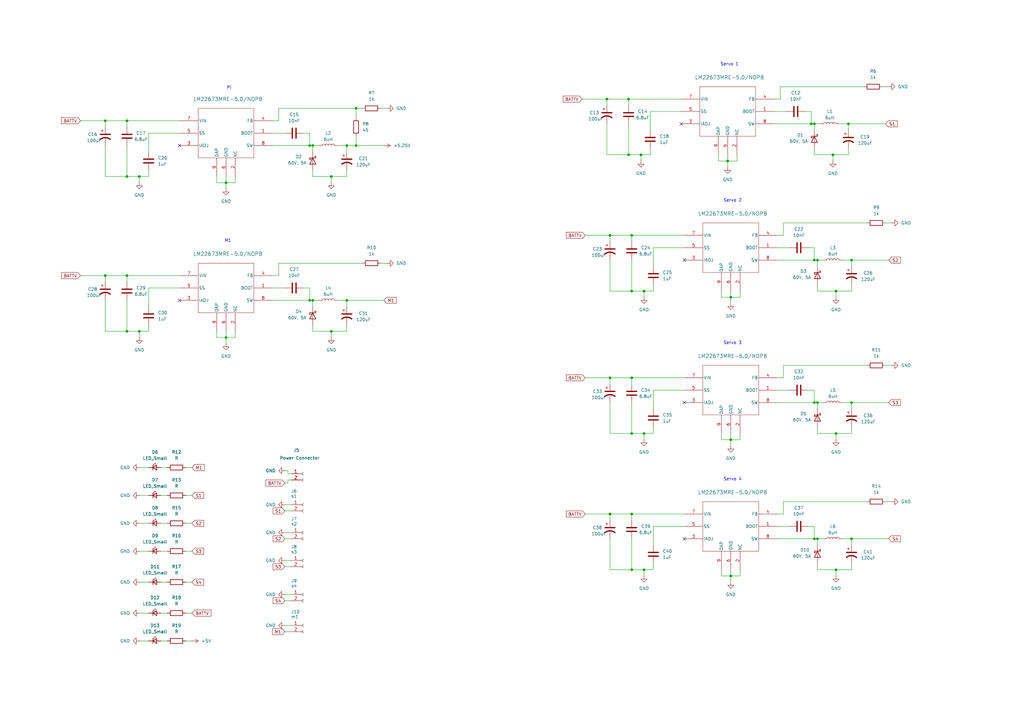
<source format=kicad_sch>
(kicad_sch (version 20231120) (generator "eeschema") (generator_version "8.0")
  (paper "A3")
  (lib_symbols
    (symbol "Connector:Conn_01x02_Socket" (pin_names (offset 1.016) hide)
      (property "Reference" "J" (at 0 2.54 0))
      (property "Value" "Conn_01x02_Socket" (at 0 -5.08 0))
      (symbol "Conn_01x02_Socket_1_1"
        (pin passive line (at -5.08 0 0) (length 3.81) (name "Pin_1") (number "1"))
        (pin passive line (at -5.08 -2.54 0) (length 3.81) (name "Pin_2") (number "2"))
      )
    )
    (symbol "Converter_DCDC:LM22673MR-5.0/NOPB" (pin_names (offset 0.254))
      (property "Value" "LM22673MRE-ADJ/NOPB" (at 31.75 11.43 0))
      (symbol "LM22673MR-5.0/NOPB_0_1"
        (pin passive line (at 41.91 -1.27 180) (length 7.62) (name "BOOT") (number "1"))
        (pin passive line (at 26.67 -19.05 90) (length 7.62) (name "NC") (number "2"))
        (pin input line (at 3.81 -6.35 0) (length 7.62) (name "IADJ") (number "3"))
        (pin input line (at 41.91 3.81 180) (length 7.62) (name "FB") (number "4"))
        (pin input line (at 3.81 -1.27 0) (length 7.62) (name "SS") (number "5"))
        (pin power_in line (at 22.86 -19.05 90) (length 7.62) (name "GND") (number "6"))
        (pin power_in line (at 3.81 3.81 0) (length 7.62) (name "VIN") (number "7"))
        (pin power_in line (at 41.91 -6.35 180) (length 7.62) (name "SW") (number "8"))
        (pin power_in line (at 19.05 -19.05 90) (length 7.62) (name "DAP") (number "9"))
      )
    )
    (symbol "Device:C" (pin_numbers hide) (pin_names (offset 0.254))
      (property "Reference" "C" (at 0.635 2.54 0))
      (property "Value" "C" (at 0.635 -2.54 0))
      (symbol "C_1_1"
        (pin passive line (at 0 3.81 270) (length 2.794) (name "~") (number "1"))
        (pin passive line (at 0 -3.81 90) (length 2.794) (name "~") (number "2"))
      )
    )
    (symbol "Device:C_Polarized_US" (pin_numbers hide) (pin_names (offset 0.254) hide)
      (property "Reference" "C" (at 0.635 2.54 0))
      (property "Value" "C_Polarized_US" (at 0.635 -2.54 0))
      (symbol "C_Polarized_US_1_1"
        (pin passive line (at 0 3.81 270) (length 2.794) (name "~") (number "1"))
        (pin passive line (at 0 -3.81 90) (length 3.302) (name "~") (number "2"))
      )
    )
    (symbol "Device:D_Schottky" (pin_numbers hide) (pin_names (offset 1.016) hide)
      (property "Reference" "D" (at 0 2.54 0))
      (property "Value" "D_Schottky" (at 0 -2.54 0))
      (symbol "D_Schottky_1_1"
        (pin passive line (at -3.81 0 0) (length 2.54) (name "K") (number "1"))
        (pin passive line (at 3.81 0 180) (length 2.54) (name "A") (number "2"))
      )
    )
    (symbol "Device:L" (pin_numbers hide) (pin_names (offset 1.016) hide)
      (property "Reference" "L" (at -1.27 0 90))
      (property "Value" "L" (at 1.905 0 90))
      (symbol "L_1_1"
        (pin passive line (at 0 3.81 270) (length 1.27) (name "1") (number "1"))
        (pin passive line (at 0 -3.81 90) (length 1.27) (name "2") (number "2"))
      )
    )
    (symbol "Device:LED_Small" (pin_numbers hide) (pin_names (offset 0.254) hide)
      (property "Reference" "D" (at -1.27 3.175 0))
      (property "Value" "LED_Small" (at -4.445 -2.54 0))
      (symbol "LED_Small_1_1"
        (pin passive line (at -2.54 0 0) (length 1.778) (name "K") (number "1"))
        (pin passive line (at 2.54 0 180) (length 1.778) (name "A") (number "2"))
      )
    )
    (symbol "Device:R" (pin_numbers hide) (pin_names (offset 0))
      (property "Reference" "R" (at 2.032 0 90))
      (property "Value" "R" (at 0 0 90))
      (symbol "R_1_1"
        (pin passive line (at 0 3.81 270) (length 1.27) (name "~") (number "1"))
        (pin passive line (at 0 -3.81 90) (length 1.27) (name "~") (number "2"))
      )
    )
    (symbol "power:+5V" (power) (pin_numbers hide) (pin_names (offset 0) hide)
      (property "Value" "+5V" (at 0 3.556 0))
      (symbol "+5V_1_1"
        (pin power_in line (at 0 0 90) (length 0) (name "~") (number "1"))
      )
    )
    (symbol "power:GND" (power) (pin_numbers hide) (pin_names (offset 0) hide)
      (property "Value" "GND" (at 0 -3.81 0))
      (symbol "GND_1_1"
        (pin power_in line (at 0 0 270) (length 0) (name "~") (number "1"))
      )
    )
  )
  (junction (at 142.24 123.19))
  (junction (at 332.74 50.8))
  (junction (at 43.18 113.03))
  (junction (at 135.89 72.39))
  (junction (at 334.01 106.68))
  (junction (at 52.07 113.03))
  (junction (at 250.19 154.94))
  (junction (at 334.01 50.8))
  (junction (at 299.72 180.34))
  (junction (at 298.45 66.04))
  (junction (at 259.08 154.94))
  (junction (at 335.28 220.98))
  (junction (at 127 59.69))
  (junction (at 128.27 123.19))
  (junction (at 259.08 210.82))
  (junction (at 342.9 233.68))
  (junction (at 57.15 72.39))
  (junction (at 259.08 119.38))
  (junction (at 146.05 59.69))
  (junction (at 335.28 106.68))
  (junction (at 264.16 119.38))
  (junction (at 250.19 96.52))
  (junction (at 335.28 165.1))
  (junction (at 248.92 40.64))
  (junction (at 264.16 233.68))
  (junction (at 334.01 220.98))
  (junction (at 341.63 63.5))
  (junction (at 146.05 44.45))
  (junction (at 128.27 59.69))
  (junction (at 342.9 177.8))
  (junction (at 264.16 177.8))
  (junction (at 349.25 220.98))
  (junction (at 349.25 106.68))
  (junction (at 334.01 165.1))
  (junction (at 259.08 233.68))
  (junction (at 92.71 74.93))
  (junction (at 299.72 236.22))
  (junction (at 52.07 72.39))
  (junction (at 259.08 96.52))
  (junction (at 135.89 135.89))
  (junction (at 142.24 59.69))
  (junction (at 299.72 121.92))
  (junction (at 57.15 135.89))
  (junction (at 52.07 135.89))
  (junction (at 257.81 63.5))
  (junction (at 127 123.19))
  (junction (at 349.25 165.1))
  (junction (at 43.18 49.53))
  (junction (at 262.89 63.5))
  (junction (at 92.71 138.43))
  (junction (at 347.98 50.8))
  (junction (at 342.9 119.38))
  (junction (at 259.08 177.8))
  (junction (at 52.07 49.53))
  (junction (at 250.19 210.82))
  (junction (at 257.81 40.64))
  (no_connect (at 280.67 106.68))
  (no_connect (at 280.67 165.1))
  (no_connect (at 280.67 220.98))
  (no_connect (at 73.66 59.69))
  (no_connect (at 73.66 123.19))
  (no_connect (at 279.4 50.8))
  (wire (pts (xy 60.96 69.85) (xy 60.96 72.39)))
  (wire (pts (xy 52.07 123.19) (xy 52.07 135.89)))
  (wire (pts (xy 321.31 210.82) (xy 321.31 205.74)))
  (wire (pts (xy 92.71 138.43) (xy 92.71 140.97)))
  (wire (pts (xy 250.19 106.68) (xy 250.19 119.38)))
  (wire (pts (xy 43.18 123.19) (xy 43.18 135.89)))
  (wire (pts (xy 332.74 45.72) (xy 332.74 50.8)))
  (wire (pts (xy 138.43 59.69) (xy 142.24 59.69)))
  (wire (pts (xy 321.31 91.44) (xy 355.6 91.44)))
  (wire (pts (xy 146.05 48.26) (xy 146.05 44.45)))
  (wire (pts (xy 299.72 236.22) (xy 299.72 233.68)))
  (wire (pts (xy 341.63 63.5) (xy 347.98 63.5)))
  (wire (pts (xy 365.76 205.74) (xy 363.22 205.74)))
  (wire (pts (xy 302.26 66.04) (xy 298.45 66.04)))
  (wire (pts (xy 130.81 123.19) (xy 128.27 123.19)))
  (wire (pts (xy 264.16 233.68) (xy 267.97 233.68)))
  (wire (pts (xy 337.82 165.1) (xy 335.28 165.1)))
  (wire (pts (xy 257.81 63.5) (xy 262.89 63.5)))
  (wire (pts (xy 146.05 44.45) (xy 148.59 44.45)))
  (wire (pts (xy 96.52 72.39) (xy 96.52 74.93)))
  (wire (pts (xy 68.58 262.89) (xy 66.04 262.89)))
  (wire (pts (xy 259.08 106.68) (xy 259.08 119.38)))
  (wire (pts (xy 116.84 218.44) (xy 119.38 218.44)))
  (wire (pts (xy 124.46 54.61) (xy 127 54.61)))
  (wire (pts (xy 238.76 40.64) (xy 248.92 40.64)))
  (wire (pts (xy 78.74 203.2) (xy 76.2 203.2)))
  (wire (pts (xy 349.25 119.38) (xy 349.25 116.84)))
  (wire (pts (xy 52.07 52.07) (xy 52.07 49.53)))
  (wire (pts (xy 119.38 232.41) (xy 116.84 232.41)))
  (wire (pts (xy 365.76 91.44) (xy 363.22 91.44)))
  (wire (pts (xy 142.24 62.23) (xy 142.24 59.69)))
  (wire (pts (xy 128.27 59.69) (xy 127 59.69)))
  (wire (pts (xy 43.18 49.53) (xy 52.07 49.53)))
  (wire (pts (xy 250.19 213.36) (xy 250.19 210.82)))
  (wire (pts (xy 267.97 101.6) (xy 267.97 109.22)))
  (wire (pts (xy 334.01 220.98) (xy 318.77 220.98)))
  (wire (pts (xy 43.18 72.39) (xy 52.07 72.39)))
  (wire (pts (xy 335.28 175.26) (xy 335.28 177.8)))
  (wire (pts (xy 345.44 220.98) (xy 349.25 220.98)))
  (wire (pts (xy 78.74 238.76) (xy 76.2 238.76)))
  (wire (pts (xy 250.19 154.94) (xy 259.08 154.94)))
  (wire (pts (xy 33.02 49.53) (xy 43.18 49.53)))
  (wire (pts (xy 264.16 177.8) (xy 267.97 177.8)))
  (wire (pts (xy 78.74 226.06) (xy 76.2 226.06)))
  (wire (pts (xy 127 123.19) (xy 111.76 123.19)))
  (wire (pts (xy 127 59.69) (xy 111.76 59.69)))
  (wire (pts (xy 317.5 40.64) (xy 320.04 40.64)))
  (wire (pts (xy 52.07 135.89) (xy 57.15 135.89)))
  (wire (pts (xy 73.66 54.61) (xy 60.96 54.61)))
  (wire (pts (xy 259.08 233.68) (xy 264.16 233.68)))
  (wire (pts (xy 295.91 119.38) (xy 295.91 121.92)))
  (wire (pts (xy 128.27 69.85) (xy 128.27 72.39)))
  (wire (pts (xy 68.58 251.46) (xy 66.04 251.46)))
  (wire (pts (xy 349.25 167.64) (xy 349.25 165.1)))
  (wire (pts (xy 130.81 59.69) (xy 128.27 59.69)))
  (wire (pts (xy 298.45 66.04) (xy 298.45 68.58)))
  (wire (pts (xy 259.08 213.36) (xy 259.08 210.82)))
  (wire (pts (xy 317.5 45.72) (xy 322.58 45.72)))
  (wire (pts (xy 318.77 154.94) (xy 321.31 154.94)))
  (wire (pts (xy 331.47 160.02) (xy 334.01 160.02)))
  (wire (pts (xy 299.72 236.22) (xy 299.72 238.76)))
  (wire (pts (xy 52.07 115.57) (xy 52.07 113.03)))
  (wire (pts (xy 250.19 165.1) (xy 250.19 177.8)))
  (wire (pts (xy 349.25 177.8) (xy 349.25 175.26)))
  (wire (pts (xy 267.97 116.84) (xy 267.97 119.38)))
  (wire (pts (xy 116.84 243.84) (xy 119.38 243.84)))
  (wire (pts (xy 259.08 165.1) (xy 259.08 177.8)))
  (wire (pts (xy 116.84 207.01) (xy 119.38 207.01)))
  (wire (pts (xy 146.05 59.69) (xy 157.48 59.69)))
  (wire (pts (xy 240.03 210.82) (xy 250.19 210.82)))
  (wire (pts (xy 158.75 107.95) (xy 156.21 107.95)))
  (wire (pts (xy 335.28 165.1) (xy 334.01 165.1)))
  (wire (pts (xy 334.01 63.5) (xy 341.63 63.5)))
  (wire (pts (xy 92.71 74.93) (xy 92.71 77.47)))
  (wire (pts (xy 335.28 116.84) (xy 335.28 119.38)))
  (wire (pts (xy 250.19 210.82) (xy 259.08 210.82)))
  (wire (pts (xy 111.76 54.61) (xy 116.84 54.61)))
  (wire (pts (xy 302.26 63.5) (xy 302.26 66.04)))
  (wire (pts (xy 248.92 40.64) (xy 257.81 40.64)))
  (wire (pts (xy 158.75 44.45) (xy 156.21 44.45)))
  (wire (pts (xy 250.19 220.98) (xy 250.19 233.68)))
  (wire (pts (xy 257.81 40.64) (xy 279.4 40.64)))
  (wire (pts (xy 295.91 180.34) (xy 299.72 180.34)))
  (wire (pts (xy 345.44 106.68) (xy 349.25 106.68)))
  (wire (pts (xy 335.28 109.22) (xy 335.28 106.68)))
  (wire (pts (xy 128.27 72.39) (xy 135.89 72.39)))
  (wire (pts (xy 335.28 106.68) (xy 334.01 106.68)))
  (wire (pts (xy 250.19 177.8) (xy 259.08 177.8)))
  (wire (pts (xy 335.28 177.8) (xy 342.9 177.8)))
  (wire (pts (xy 52.07 59.69) (xy 52.07 72.39)))
  (wire (pts (xy 88.9 74.93) (xy 92.71 74.93)))
  (wire (pts (xy 250.19 233.68) (xy 259.08 233.68)))
  (wire (pts (xy 330.2 45.72) (xy 332.74 45.72)))
  (wire (pts (xy 52.07 49.53) (xy 73.66 49.53)))
  (wire (pts (xy 52.07 113.03) (xy 73.66 113.03)))
  (wire (pts (xy 298.45 66.04) (xy 298.45 63.5)))
  (wire (pts (xy 57.15 191.77) (xy 60.96 191.77)))
  (wire (pts (xy 250.19 99.06) (xy 250.19 96.52)))
  (wire (pts (xy 303.53 177.8) (xy 303.53 180.34)))
  (wire (pts (xy 111.76 118.11) (xy 116.84 118.11)))
  (wire (pts (xy 267.97 231.14) (xy 267.97 233.68)))
  (wire (pts (xy 299.72 180.34) (xy 299.72 182.88)))
  (wire (pts (xy 335.28 223.52) (xy 335.28 220.98)))
  (wire (pts (xy 320.04 40.64) (xy 320.04 35.56)))
  (wire (pts (xy 135.89 138.43) (xy 135.89 135.89)))
  (wire (pts (xy 73.66 118.11) (xy 60.96 118.11)))
  (wire (pts (xy 78.74 262.89) (xy 76.2 262.89)))
  (wire (pts (xy 250.19 96.52) (xy 259.08 96.52)))
  (wire (pts (xy 303.53 233.68) (xy 303.53 236.22)))
  (wire (pts (xy 264.16 180.34) (xy 264.16 177.8)))
  (wire (pts (xy 295.91 233.68) (xy 295.91 236.22)))
  (wire (pts (xy 264.16 121.92) (xy 264.16 119.38)))
  (wire (pts (xy 335.28 220.98) (xy 334.01 220.98)))
  (wire (pts (xy 118.11 193.04) (xy 116.84 193.04)))
  (wire (pts (xy 303.53 236.22) (xy 299.72 236.22)))
  (wire (pts (xy 118.11 194.31) (xy 119.38 194.31)))
  (wire (pts (xy 318.77 215.9) (xy 323.85 215.9)))
  (wire (pts (xy 124.46 118.11) (xy 127 118.11)))
  (wire (pts (xy 331.47 215.9) (xy 334.01 215.9)))
  (wire (pts (xy 267.97 160.02) (xy 267.97 167.64)))
  (wire (pts (xy 266.7 60.96) (xy 266.7 63.5)))
  (wire (pts (xy 57.15 238.76) (xy 60.96 238.76)))
  (wire (pts (xy 280.67 160.02) (xy 267.97 160.02)))
  (wire (pts (xy 303.53 119.38) (xy 303.53 121.92)))
  (wire (pts (xy 334.01 106.68) (xy 318.77 106.68)))
  (wire (pts (xy 146.05 55.88) (xy 146.05 59.69)))
  (wire (pts (xy 92.71 138.43) (xy 92.71 135.89)))
  (wire (pts (xy 349.25 223.52) (xy 349.25 220.98)))
  (wire (pts (xy 335.28 233.68) (xy 342.9 233.68)))
  (wire (pts (xy 294.64 63.5) (xy 294.64 66.04)))
  (wire (pts (xy 344.17 50.8) (xy 347.98 50.8)))
  (wire (pts (xy 88.9 138.43) (xy 92.71 138.43)))
  (wire (pts (xy 33.02 113.03) (xy 43.18 113.03)))
  (wire (pts (xy 321.31 96.52) (xy 321.31 91.44)))
  (wire (pts (xy 303.53 121.92) (xy 299.72 121.92)))
  (wire (pts (xy 57.15 72.39) (xy 60.96 72.39)))
  (wire (pts (xy 267.97 175.26) (xy 267.97 177.8)))
  (wire (pts (xy 259.08 119.38) (xy 264.16 119.38)))
  (wire (pts (xy 57.15 135.89) (xy 60.96 135.89)))
  (wire (pts (xy 96.52 135.89) (xy 96.52 138.43)))
  (wire (pts (xy 57.15 251.46) (xy 60.96 251.46)))
  (wire (pts (xy 299.72 121.92) (xy 299.72 124.46)))
  (wire (pts (xy 60.96 133.35) (xy 60.96 135.89)))
  (wire (pts (xy 128.27 125.73) (xy 128.27 123.19)))
  (wire (pts (xy 78.74 251.46) (xy 76.2 251.46)))
  (wire (pts (xy 259.08 210.82) (xy 280.67 210.82)))
  (wire (pts (xy 68.58 191.77) (xy 66.04 191.77)))
  (wire (pts (xy 257.81 43.18) (xy 257.81 40.64)))
  (wire (pts (xy 320.04 35.56) (xy 354.33 35.56)))
  (wire (pts (xy 318.77 160.02) (xy 323.85 160.02)))
  (wire (pts (xy 365.76 149.86) (xy 363.22 149.86)))
  (wire (pts (xy 119.38 220.98) (xy 116.84 220.98)))
  (wire (pts (xy 342.9 177.8) (xy 349.25 177.8)))
  (wire (pts (xy 266.7 45.72) (xy 266.7 53.34)))
  (wire (pts (xy 334.01 60.96) (xy 334.01 63.5)))
  (wire (pts (xy 43.18 135.89) (xy 52.07 135.89)))
  (wire (pts (xy 142.24 123.19) (xy 157.48 123.19)))
  (wire (pts (xy 57.15 226.06) (xy 60.96 226.06)))
  (wire (pts (xy 114.3 113.03) (xy 114.3 107.95)))
  (wire (pts (xy 299.72 121.92) (xy 299.72 119.38)))
  (wire (pts (xy 114.3 49.53) (xy 114.3 44.45)))
  (wire (pts (xy 279.4 45.72) (xy 266.7 45.72)))
  (wire (pts (xy 342.9 119.38) (xy 349.25 119.38)))
  (wire (pts (xy 262.89 66.04) (xy 262.89 63.5)))
  (wire (pts (xy 259.08 154.94) (xy 280.67 154.94)))
  (wire (pts (xy 321.31 205.74) (xy 355.6 205.74)))
  (wire (pts (xy 43.18 115.57) (xy 43.18 113.03)))
  (wire (pts (xy 52.07 72.39) (xy 57.15 72.39)))
  (wire (pts (xy 138.43 123.19) (xy 142.24 123.19)))
  (wire (pts (xy 364.49 35.56) (xy 361.95 35.56)))
  (wire (pts (xy 321.31 149.86) (xy 355.6 149.86)))
  (wire (pts (xy 280.67 215.9) (xy 267.97 215.9)))
  (wire (pts (xy 318.77 210.82) (xy 321.31 210.82)))
  (wire (pts (xy 334.01 160.02) (xy 334.01 165.1)))
  (wire (pts (xy 57.15 203.2) (xy 60.96 203.2)))
  (wire (pts (xy 349.25 106.68) (xy 364.49 106.68)))
  (wire (pts (xy 349.25 165.1) (xy 364.49 165.1)))
  (wire (pts (xy 96.52 74.93) (xy 92.71 74.93)))
  (wire (pts (xy 127 54.61) (xy 127 59.69)))
  (wire (pts (xy 250.19 119.38) (xy 259.08 119.38)))
  (wire (pts (xy 267.97 215.9) (xy 267.97 223.52)))
  (wire (pts (xy 119.38 259.08) (xy 116.84 259.08)))
  (wire (pts (xy 128.27 123.19) (xy 127 123.19)))
  (wire (pts (xy 321.31 154.94) (xy 321.31 149.86)))
  (wire (pts (xy 257.81 50.8) (xy 257.81 63.5)))
  (wire (pts (xy 142.24 72.39) (xy 142.24 69.85)))
  (wire (pts (xy 111.76 49.53) (xy 114.3 49.53)))
  (wire (pts (xy 331.47 101.6) (xy 334.01 101.6)))
  (wire (pts (xy 334.01 101.6) (xy 334.01 106.68)))
  (wire (pts (xy 318.77 101.6) (xy 323.85 101.6)))
  (wire (pts (xy 118.11 196.85) (xy 119.38 196.85)))
  (wire (pts (xy 114.3 44.45) (xy 146.05 44.45)))
  (wire (pts (xy 262.89 63.5) (xy 266.7 63.5)))
  (wire (pts (xy 60.96 118.11) (xy 60.96 125.73)))
  (wire (pts (xy 332.74 50.8) (xy 317.5 50.8)))
  (wire (pts (xy 57.15 138.43) (xy 57.15 135.89)))
  (wire (pts (xy 118.11 193.04) (xy 118.11 194.31)))
  (wire (pts (xy 341.63 66.04) (xy 341.63 63.5)))
  (wire (pts (xy 116.84 256.54) (xy 119.38 256.54)))
  (wire (pts (xy 345.44 165.1) (xy 349.25 165.1)))
  (wire (pts (xy 240.03 154.94) (xy 250.19 154.94)))
  (wire (pts (xy 118.11 198.12) (xy 118.11 196.85)))
  (wire (pts (xy 264.16 236.22) (xy 264.16 233.68)))
  (wire (pts (xy 347.98 63.5) (xy 347.98 60.96)))
  (wire (pts (xy 68.58 238.76) (xy 66.04 238.76)))
  (wire (pts (xy 68.58 214.63) (xy 66.04 214.63)))
  (wire (pts (xy 336.55 50.8) (xy 334.01 50.8)))
  (wire (pts (xy 60.96 54.61) (xy 60.96 62.23)))
  (wire (pts (xy 335.28 119.38) (xy 342.9 119.38)))
  (wire (pts (xy 250.19 157.48) (xy 250.19 154.94)))
  (wire (pts (xy 259.08 157.48) (xy 259.08 154.94)))
  (wire (pts (xy 259.08 96.52) (xy 280.67 96.52)))
  (wire (pts (xy 119.38 209.55) (xy 116.84 209.55)))
  (wire (pts (xy 259.08 220.98) (xy 259.08 233.68)))
  (wire (pts (xy 342.9 236.22) (xy 342.9 233.68)))
  (wire (pts (xy 116.84 198.12) (xy 118.11 198.12)))
  (wire (pts (xy 337.82 106.68) (xy 335.28 106.68)))
  (wire (pts (xy 57.15 262.89) (xy 60.96 262.89)))
  (wire (pts (xy 88.9 72.39) (xy 88.9 74.93)))
  (wire (pts (xy 135.89 72.39) (xy 142.24 72.39)))
  (wire (pts (xy 295.91 121.92) (xy 299.72 121.92)))
  (wire (pts (xy 342.9 180.34) (xy 342.9 177.8)))
  (wire (pts (xy 128.27 135.89) (xy 135.89 135.89)))
  (wire (pts (xy 248.92 43.18) (xy 248.92 40.64)))
  (wire (pts (xy 43.18 113.03) (xy 52.07 113.03)))
  (wire (pts (xy 349.25 220.98) (xy 364.49 220.98)))
  (wire (pts (xy 78.74 214.63) (xy 76.2 214.63)))
  (wire (pts (xy 342.9 233.68) (xy 349.25 233.68)))
  (wire (pts (xy 259.08 177.8) (xy 264.16 177.8)))
  (wire (pts (xy 334.01 50.8) (xy 332.74 50.8)))
  (wire (pts (xy 68.58 203.2) (xy 66.04 203.2)))
  (wire (pts (xy 57.15 214.63) (xy 60.96 214.63)))
  (wire (pts (xy 116.84 229.87) (xy 119.38 229.87)))
  (wire (pts (xy 43.18 52.07) (xy 43.18 49.53)))
  (wire (pts (xy 347.98 53.34) (xy 347.98 50.8)))
  (wire (pts (xy 248.92 50.8) (xy 248.92 63.5)))
  (wire (pts (xy 347.98 50.8) (xy 363.22 50.8)))
  (wire (pts (xy 119.38 246.38) (xy 116.84 246.38)))
  (wire (pts (xy 295.91 177.8) (xy 295.91 180.34)))
  (wire (pts (xy 57.15 74.93) (xy 57.15 72.39)))
  (wire (pts (xy 342.9 121.92) (xy 342.9 119.38)))
  (wire (pts (xy 337.82 220.98) (xy 335.28 220.98)))
  (wire (pts (xy 92.71 74.93) (xy 92.71 72.39)))
  (wire (pts (xy 88.9 135.89) (xy 88.9 138.43)))
  (wire (pts (xy 142.24 125.73) (xy 142.24 123.19)))
  (wire (pts (xy 128.27 62.23) (xy 128.27 59.69)))
  (wire (pts (xy 259.08 99.06) (xy 259.08 96.52)))
  (wire (pts (xy 334.01 53.34) (xy 334.01 50.8)))
  (wire (pts (xy 299.72 180.34) (xy 299.72 177.8)))
  (wire (pts (xy 240.03 96.52) (xy 250.19 96.52)))
  (wire (pts (xy 96.52 138.43) (xy 92.71 138.43)))
  (wire (pts (xy 334.01 165.1) (xy 318.77 165.1)))
  (wire (pts (xy 142.24 135.89) (xy 142.24 133.35)))
  (wire (pts (xy 294.64 66.04) (xy 298.45 66.04)))
  (wire (pts (xy 303.53 180.34) (xy 299.72 180.34)))
  (wire (pts (xy 128.27 133.35) (xy 128.27 135.89)))
  (wire (pts (xy 295.91 236.22) (xy 299.72 236.22)))
  (wire (pts (xy 264.16 119.38) (xy 267.97 119.38)))
  (wire (pts (xy 280.67 101.6) (xy 267.97 101.6)))
  (wire (pts (xy 68.58 226.06) (xy 66.04 226.06)))
  (wire (pts (xy 142.24 59.69) (xy 146.05 59.69)))
  (wire (pts (xy 43.18 59.69) (xy 43.18 72.39)))
  (wire (pts (xy 335.28 167.64) (xy 335.28 165.1)))
  (wire (pts (xy 78.74 191.77) (xy 76.2 191.77)))
  (wire (pts (xy 349.25 233.68) (xy 349.25 231.14)))
  (wire (pts (xy 114.3 107.95) (xy 148.59 107.95)))
  (wire (pts (xy 111.76 113.03) (xy 114.3 113.03)))
  (wire (pts (xy 334.01 215.9) (xy 334.01 220.98)))
  (wire (pts (xy 248.92 63.5) (xy 257.81 63.5)))
  (wire (pts (xy 349.25 109.22) (xy 349.25 106.68)))
  (wire (pts (xy 135.89 135.89) (xy 142.24 135.89)))
  (wire (pts (xy 318.77 96.52) (xy 321.31 96.52)))
  (wire (pts (xy 335.28 231.14) (xy 335.28 233.68)))
  (wire (pts (xy 127 118.11) (xy 127 123.19)))
  (wire (pts (xy 135.89 74.93) (xy 135.89 72.39)))
  (text "Servo 4" (at 300.482 196.596 0) (effects (font (size 1.27 1.27))))
  (text "M1" (at 93.472 98.806 0) (effects (font (size 1.27 1.27))))
  (text "Servo 1" (at 299.212 26.416 0) (effects (font (size 1.27 1.27))))
  (text "Pi" (at 93.98 36.068 0) (effects (font (size 1.27 1.27))))
  (text "Servo 3" (at 300.482 140.716 0) (effects (font (size 1.27 1.27))))
  (text "Servo 2" (at 300.482 82.296 0) (effects (font (size 1.27 1.27))))
  (global_label "BATTV" (shape input) (at 33.02 49.53 180) (property "Intersheetrefs" "${INTERSHEET_REFS}" (effects (hide yes))))
  (global_label "BATTV" (shape input) (at 78.74 251.46 0) (property "Intersheetrefs" "${INTERSHEET_REFS}" (effects (hide yes))))
  (global_label "S1" (shape input) (at 78.74 203.2 0) (property "Intersheetrefs" "${INTERSHEET_REFS}" (effects (hide yes))))
  (global_label "S4" (shape input) (at 78.74 238.76 0) (property "Intersheetrefs" "${INTERSHEET_REFS}" (effects (hide yes))))
  (global_label "BATTV" (shape input) (at 240.03 210.82 180) (property "Intersheetrefs" "${INTERSHEET_REFS}" (effects (hide yes))))
  (global_label "BATTV" (shape input) (at 238.76 40.64 180) (property "Intersheetrefs" "${INTERSHEET_REFS}" (effects (hide yes))))
  (global_label "S1" (shape input) (at 116.84 209.55 180) (property "Intersheetrefs" "${INTERSHEET_REFS}" (effects (hide yes))))
  (global_label "S3" (shape input) (at 116.84 232.41 180) (property "Intersheetrefs" "${INTERSHEET_REFS}" (effects (hide yes))))
  (global_label "S3" (shape input) (at 364.49 165.1 0) (property "Intersheetrefs" "${INTERSHEET_REFS}" (effects (hide yes))))
  (global_label "S4" (shape input) (at 364.49 220.98 0) (property "Intersheetrefs" "${INTERSHEET_REFS}" (effects (hide yes))))
  (global_label "BATTV" (shape input) (at 33.02 113.03 180) (property "Intersheetrefs" "${INTERSHEET_REFS}" (effects (hide yes))))
  (global_label "S4" (shape input) (at 116.84 246.38 180) (property "Intersheetrefs" "${INTERSHEET_REFS}" (effects (hide yes))))
  (global_label "BATTV" (shape input) (at 240.03 154.94 180) (property "Intersheetrefs" "${INTERSHEET_REFS}" (effects (hide yes))))
  (global_label "S1" (shape input) (at 363.22 50.8 0) (property "Intersheetrefs" "${INTERSHEET_REFS}" (effects (hide yes))))
  (global_label "M1" (shape input) (at 116.84 259.08 180) (property "Intersheetrefs" "${INTERSHEET_REFS}" (effects (hide yes))))
  (global_label "S2" (shape input) (at 364.49 106.68 0) (property "Intersheetrefs" "${INTERSHEET_REFS}" (effects (hide yes))))
  (global_label "BATTV" (shape input) (at 240.03 96.52 180) (property "Intersheetrefs" "${INTERSHEET_REFS}" (effects (hide yes))))
  (global_label "S2" (shape input) (at 116.84 220.98 180) (property "Intersheetrefs" "${INTERSHEET_REFS}" (effects (hide yes))))
  (global_label "BATTV" (shape input) (at 116.84 198.12 180) (property "Intersheetrefs" "${INTERSHEET_REFS}" (effects (hide yes))))
  (global_label "S2" (shape input) (at 78.74 214.63 0) (property "Intersheetrefs" "${INTERSHEET_REFS}" (effects (hide yes))))
  (global_label "S3" (shape input) (at 78.74 226.06 0) (property "Intersheetrefs" "${INTERSHEET_REFS}" (effects (hide yes))))
  (global_label "M1" (shape input) (at 157.48 123.19 0) (property "Intersheetrefs" "${INTERSHEET_REFS}" (effects (hide yes))))
  (global_label "M1" (shape input) (at 78.74 191.77 0) (property "Intersheetrefs" "${INTERSHEET_REFS}" (effects (hide yes))))
  (symbol (lib_id "Device:R") (at 72.39 251.46 90) (unit 1)
    (property "Reference" "R18" (at 72.39 245.11 90))
    (property "Value" "R" (at 72.39 247.65 90))
    (property "Footprint" "Resistor_SMD:R_0402_1005Metric" (effects (hide yes)))
    (property "Description" "Resistor" (effects (hide yes)))
  )
  (symbol (lib_id "Device:C_Polarized_US") (at 142.24 66.04 0) (unit 1)
    (property "Reference" "C21" (at 147.066 65.024 0) (effects (justify left)))
    (property "Value" "120uF" (at 146.05 67.564 0) (effects (justify left)))
    (property "Description" "Polarized capacitor, US symbol" (effects (hide yes)))
  )
  (symbol (lib_id "power:GND") (at 57.15 138.43 0) (unit 1)
    (property "Reference" "#PWR059" (effects (hide yes)))
    (property "Value" "GND" (at 57.15 143.51 0))
    (property "Description" "Power symbol creates a global label with name \"GND\" , ground" (effects (hide yes)))
  )
  (symbol (lib_id "Device:C") (at 259.08 161.29 0) (unit 1)
    (property "Reference" "C34" (at 262.89 160.0199 0) (effects (justify left)))
    (property "Value" "6.8uF" (at 262.128 162.56 0) (effects (justify left)))
    (property "Footprint" "Capacitor_SMD:C_1206_3216Metric" (effects (hide yes)))
    (property "Description" "Unpolarized capacitor" (effects (hide yes)))
  )
  (symbol (lib_id "power:GND") (at 342.9 121.92 0) (unit 1)
    (property "Reference" "#PWR057" (effects (hide yes)))
    (property "Value" "GND" (at 342.9 127 0))
    (property "Description" "Power symbol creates a global label with name \"GND\" , ground" (effects (hide yes)))
  )
  (symbol (lib_id "power:GND") (at 299.72 238.76 0) (unit 1)
    (property "Reference" "#PWR078" (effects (hide yes)))
    (property "Value" "GND" (at 299.72 243.84 0))
    (property "Description" "Power symbol creates a global label with name \"GND\" , ground" (effects (hide yes)))
  )
  (symbol (lib_id "Device:C_Polarized_US") (at 250.19 217.17 0) (unit 1)
    (property "Reference" "C38" (at 243.078 216.408 0) (effects (justify left)))
    (property "Value" "100uF" (at 242.57 218.948 0) (effects (justify left)))
    (property "Description" "Polarized capacitor, US symbol" (effects (hide yes)))
  )
  (symbol (lib_id "power:GND") (at 365.76 91.44 90) (unit 1)
    (property "Reference" "#PWR054" (effects (hide yes)))
    (property "Value" "GND" (at 369.57 91.4399 90) (effects (justify right)))
    (property "Description" "Power symbol creates a global label with name \"GND\" , ground" (effects (hide yes)))
  )
  (symbol (lib_id "Device:C_Polarized_US") (at 43.18 55.88 0) (unit 1)
    (property "Reference" "C16" (at 36.068 55.118 0) (effects (justify left)))
    (property "Value" "100uF" (at 35.56 57.658 0) (effects (justify left)))
    (property "Description" "Polarized capacitor, US symbol" (effects (hide yes)))
  )
  (symbol (lib_id "power:GND") (at 57.15 191.77 270) (unit 1)
    (property "Reference" "#PWR066" (effects (hide yes)))
    (property "Value" "GND" (at 53.34 191.7699 90) (effects (justify right)))
    (property "Description" "Power symbol creates a global label with name \"GND\" , ground" (effects (hide yes)))
  )
  (symbol (lib_id "Device:LED_Small") (at 63.5 238.76 0) (unit 1)
    (property "Reference" "D11" (at 63.5635 232.41 0))
    (property "Value" "LED_Small" (at 63.5635 234.95 0))
    (property "Footprint" "LED_SMD:LED_0805_2012Metric" (effects (hide yes)))
    (property "Description" "Light emitting diode, small symbol" (effects (hide yes)))
  )
  (symbol (lib_id "Device:D_Schottky") (at 335.28 171.45 270) (unit 1)
    (property "Reference" "D5" (at 328.168 169.672 90) (effects (justify left)))
    (property "Value" "60V, 5A" (at 325.12 172.212 90) (effects (justify left)))
    (property "Description" "Schottky diode" (effects (hide yes)))
  )
  (symbol (lib_id "power:GND") (at 116.84 193.04 270) (unit 1)
    (property "Reference" "#PWR067" (effects (hide yes)))
    (property "Value" "GND" (at 113.03 193.04 90) (effects (justify right)))
  )
  (symbol (lib_id "Device:LED_Small") (at 63.5 203.2 0) (unit 1)
    (property "Reference" "D7" (at 63.5635 196.85 0))
    (property "Value" "LED_Small" (at 63.5635 199.39 0))
    (property "Footprint" "LED_SMD:LED_0805_2012Metric" (effects (hide yes)))
    (property "Description" "Light emitting diode, small symbol" (effects (hide yes)))
  )
  (symbol (lib_id "Device:L") (at 134.62 123.19 90) (unit 1)
    (property "Reference" "L4" (at 134.62 118.11 90))
    (property "Value" "6uH" (at 134.62 120.65 90))
    (property "Description" "Inductor" (effects (hide yes)))
  )
  (symbol (lib_id "power:GND") (at 57.15 238.76 270) (unit 1)
    (property "Reference" "#PWR077" (effects (hide yes)))
    (property "Value" "GND" (at 53.34 238.7599 90) (effects (justify right)))
    (property "Description" "Power symbol creates a global label with name \"GND\" , ground" (effects (hide yes)))
  )
  (symbol (lib_id "power:GND") (at 341.63 66.04 0) (unit 1)
    (property "Reference" "#PWR049" (effects (hide yes)))
    (property "Value" "GND" (at 341.63 71.12 0))
    (property "Description" "Power symbol creates a global label with name \"GND\" , ground" (effects (hide yes)))
  )
  (symbol (lib_id "Device:C") (at 259.08 102.87 0) (unit 1)
    (property "Reference" "C24" (at 262.89 101.5999 0) (effects (justify left)))
    (property "Value" "6.8uF" (at 262.128 104.14 0) (effects (justify left)))
    (property "Footprint" "Capacitor_SMD:C_1206_3216Metric" (effects (hide yes)))
    (property "Description" "Unpolarized capacitor" (effects (hide yes)))
  )
  (symbol (lib_id "power:GND") (at 116.84 256.54 270) (unit 1)
    (property "Reference" "#PWR081" (effects (hide yes)))
    (property "Value" "GND" (at 113.03 256.5399 90) (effects (justify right)))
    (property "Description" "Power symbol creates a global label with name \"GND\" , ground" (effects (hide yes)))
  )
  (symbol (lib_id "Device:D_Schottky") (at 128.27 129.54 270) (unit 1)
    (property "Reference" "D4" (at 121.158 127.762 90) (effects (justify left)))
    (property "Value" "60V, 5A" (at 118.11 130.302 90) (effects (justify left)))
    (property "Description" "Schottky diode" (effects (hide yes)))
  )
  (symbol (lib_id "Device:L") (at 340.36 50.8 90) (unit 1)
    (property "Reference" "L1" (at 340.36 45.72 90))
    (property "Value" "6uH" (at 340.36 48.26 90))
    (property "Description" "Inductor" (effects (hide yes)))
  )
  (symbol (lib_id "Converter_DCDC:LM22673MR-5.0/NOPB") (at 276.86 214.63 0) (unit 1)
    (property "Reference" "11114" (effects (hide yes)))
    (property "Value" "LM22673MRE-5.0/NOPB" (at 300.482 201.93 0) (effects (font (size 1.524 1.524))))
    (property "Footprint" "Transistor_Power:MRA08B" (effects (hide yes)))
    (property "Datasheet" "LM22673MR-5.0/NOPB " (effects (hide yes)))
  )
  (symbol (lib_id "Device:C") (at 267.97 113.03 0) (unit 1)
    (property "Reference" "C25" (at 271.78 111.7599 0) (effects (justify left)))
    (property "Value" "1uF" (at 271.78 114.2999 0) (effects (justify left)))
    (property "Footprint" "Capacitor_SMD:C_0603_1608Metric" (effects (hide yes)))
    (property "Description" "Unpolarized capacitor" (effects (hide yes)))
  )
  (symbol (lib_id "power:GND") (at 365.76 149.86 90) (unit 1)
    (property "Reference" "#PWR062" (effects (hide yes)))
    (property "Value" "GND" (at 369.57 149.8599 90) (effects (justify right)))
    (property "Description" "Power symbol creates a global label with name \"GND\" , ground" (effects (hide yes)))
  )
  (symbol (lib_id "Device:C_Polarized_US") (at 349.25 113.03 0) (unit 1)
    (property "Reference" "C26" (at 354.076 112.014 0) (effects (justify left)))
    (property "Value" "120uF" (at 353.06 114.554 0) (effects (justify left)))
    (property "Description" "Polarized capacitor, US symbol" (effects (hide yes)))
  )
  (symbol (lib_id "power:GND") (at 264.16 236.22 0) (unit 1)
    (property "Reference" "#PWR075" (effects (hide yes)))
    (property "Value" "GND" (at 264.16 241.3 0))
    (property "Description" "Power symbol creates a global label with name \"GND\" , ground" (effects (hide yes)))
  )
  (symbol (lib_id "Device:D_Schottky") (at 128.27 66.04 270) (unit 1)
    (property "Reference" "D2" (at 121.158 64.262 90) (effects (justify left)))
    (property "Value" "60V, 5A" (at 118.11 66.802 90) (effects (justify left)))
    (property "Description" "Schottky diode" (effects (hide yes)))
  )
  (symbol (lib_id "Device:C") (at 120.65 54.61 90) (unit 1)
    (property "Reference" "C15" (at 120.65 46.99 90))
    (property "Value" "10nF" (at 120.65 49.53 90))
    (property "Footprint" "Capacitor_SMD:C_0603_1608Metric" (effects (hide yes)))
    (property "Description" "Unpolarized capacitor" (effects (hide yes)))
  )
  (symbol (lib_id "Device:C") (at 267.97 227.33 0) (unit 1)
    (property "Reference" "C40" (at 271.78 226.0599 0) (effects (justify left)))
    (property "Value" "1uF" (at 271.78 228.5999 0) (effects (justify left)))
    (property "Footprint" "Capacitor_SMD:C_0603_1608Metric" (effects (hide yes)))
    (property "Description" "Unpolarized capacitor" (effects (hide yes)))
  )
  (symbol (lib_id "Device:LED_Small") (at 63.5 214.63 0) (unit 1)
    (property "Reference" "D8" (at 63.5635 208.28 0))
    (property "Value" "LED_Small" (at 63.5635 210.82 0))
    (property "Footprint" "LED_SMD:LED_0805_2012Metric" (effects (hide yes)))
    (property "Description" "Light emitting diode, small symbol" (effects (hide yes)))
  )
  (symbol (lib_id "Connector:Conn_01x02_Socket") (at 124.46 229.87 0) (unit 1)
    (property "Reference" "J8" (at 119.38 224.282 0) (effects (justify left)))
    (property "Value" "s3" (at 119.38 226.314 0) (effects (justify left)))
    (property "Footprint" "Connector_JST:JST_PH_B2B-PH-K_1x02_P2.00mm_Vertical" (effects (hide yes)))
  )
  (symbol (lib_id "power:GND") (at 57.15 262.89 270) (unit 1)
    (property "Reference" "#PWR082" (effects (hide yes)))
    (property "Value" "GND" (at 53.34 262.8899 90) (effects (justify right)))
    (property "Description" "Power symbol creates a global label with name \"GND\" , ground" (effects (hide yes)))
  )
  (symbol (lib_id "Device:R") (at 72.39 238.76 90) (unit 1)
    (property "Reference" "R17" (at 72.39 232.41 90))
    (property "Value" "R" (at 72.39 234.95 90))
    (property "Footprint" "Resistor_SMD:R_0402_1005Metric" (effects (hide yes)))
    (property "Description" "Resistor" (effects (hide yes)))
  )
  (symbol (lib_id "Device:C") (at 259.08 217.17 0) (unit 1)
    (property "Reference" "C39" (at 262.89 215.8999 0) (effects (justify left)))
    (property "Value" "6.8uF" (at 262.128 218.44 0) (effects (justify left)))
    (property "Footprint" "Capacitor_SMD:C_1206_3216Metric" (effects (hide yes)))
    (property "Description" "Unpolarized capacitor" (effects (hide yes)))
  )
  (symbol (lib_id "Device:C") (at 60.96 66.04 0) (unit 1)
    (property "Reference" "C20" (at 64.77 64.7699 0) (effects (justify left)))
    (property "Value" "1uF" (at 64.77 67.3099 0) (effects (justify left)))
    (property "Footprint" "Capacitor_SMD:C_0603_1608Metric" (effects (hide yes)))
    (property "Description" "Unpolarized capacitor" (effects (hide yes)))
  )
  (symbol (lib_id "power:GND") (at 116.84 243.84 270) (unit 1)
    (property "Reference" "#PWR079" (effects (hide yes)))
    (property "Value" "GND" (at 113.03 243.8399 90) (effects (justify right)))
    (property "Description" "Power symbol creates a global label with name \"GND\" , ground" (effects (hide yes)))
  )
  (symbol (lib_id "power:GND") (at 299.72 124.46 0) (unit 1)
    (property "Reference" "#PWR058" (effects (hide yes)))
    (property "Value" "GND" (at 299.72 129.54 0))
    (property "Description" "Power symbol creates a global label with name \"GND\" , ground" (effects (hide yes)))
  )
  (symbol (lib_id "Connector:Conn_01x02_Socket") (at 124.46 243.84 0) (unit 1)
    (property "Reference" "J9" (at 119.38 238.252 0) (effects (justify left)))
    (property "Value" "s4" (at 119.38 240.284 0) (effects (justify left)))
    (property "Footprint" "Connector_JST:JST_PH_B2B-PH-K_1x02_P2.00mm_Vertical" (effects (hide yes)))
  )
  (symbol (lib_id "power:GND") (at 92.71 77.47 0) (unit 1)
    (property "Reference" "#PWR053" (effects (hide yes)))
    (property "Value" "GND" (at 92.71 82.55 0))
    (property "Description" "Power symbol creates a global label with name \"GND\" , ground" (effects (hide yes)))
  )
  (symbol (lib_id "power:GND") (at 158.75 44.45 90) (unit 1)
    (property "Reference" "#PWR046" (effects (hide yes)))
    (property "Value" "GND" (at 162.56 44.4499 90) (effects (justify right)))
    (property "Description" "Power symbol creates a global label with name \"GND\" , ground" (effects (hide yes)))
  )
  (symbol (lib_id "Converter_DCDC:LM22673MR-5.0/NOPB") (at 69.85 53.34 0) (unit 1)
    (property "Reference" "111" (effects (hide yes)))
    (property "Value" "LM22673MRE-5.0/NOPB" (at 93.472 40.64 0) (effects (font (size 1.524 1.524))))
    (property "Footprint" "Transistor_Power:MRA08B" (effects (hide yes)))
    (property "Datasheet" "LM22673MR-5.0/NOPB " (effects (hide yes)))
  )
  (symbol (lib_id "power:GND") (at 57.15 74.93 0) (unit 1)
    (property "Reference" "#PWR051" (effects (hide yes)))
    (property "Value" "GND" (at 57.15 80.01 0))
    (property "Description" "Power symbol creates a global label with name \"GND\" , ground" (effects (hide yes)))
  )
  (symbol (lib_id "Device:R") (at 359.41 149.86 90) (unit 1)
    (property "Reference" "R11" (at 359.41 143.51 90))
    (property "Value" "1k" (at 359.41 146.05 90))
    (property "Footprint" "Resistor_SMD:R_0603_1608Metric" (effects (hide yes)))
    (property "Description" "Resistor" (effects (hide yes)))
  )
  (symbol (lib_id "power:GND") (at 364.49 35.56 90) (unit 1)
    (property "Reference" "#PWR045" (effects (hide yes)))
    (property "Value" "GND" (at 368.3 35.5599 90) (effects (justify right)))
    (property "Description" "Power symbol creates a global label with name \"GND\" , ground" (effects (hide yes)))
  )
  (symbol (lib_id "Device:C_Polarized_US") (at 349.25 171.45 0) (unit 1)
    (property "Reference" "C36" (at 354.076 170.434 0) (effects (justify left)))
    (property "Value" "120uF" (at 353.06 172.974 0) (effects (justify left)))
    (property "Description" "Polarized capacitor, US symbol" (effects (hide yes)))
  )
  (symbol (lib_id "Device:D_Schottky") (at 334.01 57.15 270) (unit 1)
    (property "Reference" "D1" (at 326.898 55.372 90) (effects (justify left)))
    (property "Value" "60V, 5A" (at 323.85 57.912 90) (effects (justify left)))
    (property "Description" "Schottky diode" (effects (hide yes)))
  )
  (symbol (lib_id "Device:C_Polarized_US") (at 250.19 102.87 0) (unit 1)
    (property "Reference" "C23" (at 243.078 102.108 0) (effects (justify left)))
    (property "Value" "100uF" (at 242.57 104.648 0) (effects (justify left)))
    (property "Description" "Polarized capacitor, US symbol" (effects (hide yes)))
  )
  (symbol (lib_id "power:GND") (at 342.9 236.22 0) (unit 1)
    (property "Reference" "#PWR076" (effects (hide yes)))
    (property "Value" "GND" (at 342.9 241.3 0))
    (property "Description" "Power symbol creates a global label with name \"GND\" , ground" (effects (hide yes)))
  )
  (symbol (lib_id "Device:L") (at 134.62 59.69 90) (unit 1)
    (property "Reference" "L2" (at 134.62 54.61 90))
    (property "Value" "6uH" (at 134.62 57.15 90))
    (property "Description" "Inductor" (effects (hide yes)))
  )
  (symbol (lib_id "Device:C_Polarized_US") (at 349.25 227.33 0) (unit 1)
    (property "Reference" "C41" (at 354.076 226.314 0) (effects (justify left)))
    (property "Value" "120uF" (at 353.06 228.854 0) (effects (justify left)))
    (property "Description" "Polarized capacitor, US symbol" (effects (hide yes)))
  )
  (symbol (lib_id "Device:R") (at 72.39 262.89 90) (unit 1)
    (property "Reference" "R19" (at 72.39 256.54 90))
    (property "Value" "R" (at 72.39 259.08 90))
    (property "Footprint" "Resistor_SMD:R_0402_1005Metric" (effects (hide yes)))
    (property "Description" "Resistor" (effects (hide yes)))
  )
  (symbol (lib_id "Device:C_Polarized_US") (at 250.19 161.29 0) (unit 1)
    (property "Reference" "C33" (at 243.078 160.528 0) (effects (justify left)))
    (property "Value" "100uF" (at 242.57 163.068 0) (effects (justify left)))
    (property "Description" "Polarized capacitor, US symbol" (effects (hide yes)))
  )
  (symbol (lib_id "Device:R") (at 72.39 191.77 90) (unit 1)
    (property "Reference" "R12" (at 72.39 185.42 90))
    (property "Value" "R" (at 72.39 187.96 90))
    (property "Footprint" "Resistor_SMD:R_0402_1005Metric" (effects (hide yes)))
    (property "Description" "Resistor" (effects (hide yes)))
  )
  (symbol (lib_id "Device:L") (at 341.63 106.68 90) (unit 1)
    (property "Reference" "L3" (at 341.63 101.6 90))
    (property "Value" "6uH" (at 341.63 104.14 90))
    (property "Description" "Inductor" (effects (hide yes)))
  )
  (symbol (lib_id "power:GND") (at 116.84 229.87 270) (unit 1)
    (property "Reference" "#PWR074" (effects (hide yes)))
    (property "Value" "GND" (at 113.03 229.8699 90) (effects (justify right)))
    (property "Description" "Power symbol creates a global label with name \"GND\" , ground" (effects (hide yes)))
  )
  (symbol (lib_id "power:GND") (at 57.15 214.63 270) (unit 1)
    (property "Reference" "#PWR071" (effects (hide yes)))
    (property "Value" "GND" (at 53.34 214.6299 90) (effects (justify right)))
    (property "Description" "Power symbol creates a global label with name \"GND\" , ground" (effects (hide yes)))
  )
  (symbol (lib_id "power:GND") (at 262.89 66.04 0) (unit 1)
    (property "Reference" "#PWR048" (effects (hide yes)))
    (property "Value" "GND" (at 262.89 71.12 0))
    (property "Description" "Power symbol creates a global label with name \"GND\" , ground" (effects (hide yes)))
  )
  (symbol (lib_id "Device:LED_Small") (at 63.5 191.77 0) (unit 1)
    (property "Reference" "D6" (at 63.5635 185.42 0))
    (property "Value" "LED_Small" (at 63.5635 187.96 0))
    (property "Footprint" "LED_SMD:LED_0805_2012Metric" (effects (hide yes)))
    (property "Description" "Light emitting diode, small symbol" (effects (hide yes)))
  )
  (symbol (lib_id "power:GND") (at 264.16 121.92 0) (unit 1)
    (property "Reference" "#PWR056" (effects (hide yes)))
    (property "Value" "GND" (at 264.16 127 0))
    (property "Description" "Power symbol creates a global label with name \"GND\" , ground" (effects (hide yes)))
  )
  (symbol (lib_id "power:GND") (at 92.71 140.97 0) (unit 1)
    (property "Reference" "#PWR061" (effects (hide yes)))
    (property "Value" "GND" (at 92.71 146.05 0))
    (property "Description" "Power symbol creates a global label with name \"GND\" , ground" (effects (hide yes)))
  )
  (symbol (lib_id "Device:C_Polarized_US") (at 43.18 119.38 0) (unit 1)
    (property "Reference" "C28" (at 36.068 118.618 0) (effects (justify left)))
    (property "Value" "100uF" (at 35.56 121.158 0) (effects (justify left)))
    (property "Description" "Polarized capacitor, US symbol" (effects (hide yes)))
  )
  (symbol (lib_id "Device:R") (at 152.4 107.95 90) (unit 1)
    (property "Reference" "R10" (at 152.4 101.6 90))
    (property "Value" "1k" (at 152.4 104.14 90))
    (property "Footprint" "Resistor_SMD:R_0603_1608Metric" (effects (hide yes)))
    (property "Description" "Resistor" (effects (hide yes)))
  )
  (symbol (lib_id "power:GND") (at 342.9 180.34 0) (unit 1)
    (property "Reference" "#PWR064" (effects (hide yes)))
    (property "Value" "GND" (at 342.9 185.42 0))
    (property "Description" "Power symbol creates a global label with name \"GND\" , ground" (effects (hide yes)))
  )
  (symbol (lib_id "Device:C") (at 52.07 55.88 0) (unit 1)
    (property "Reference" "C17" (at 55.88 54.6099 0) (effects (justify left)))
    (property "Value" "6.8uF" (at 55.118 57.15 0) (effects (justify left)))
    (property "Footprint" "Capacitor_SMD:C_1206_3216Metric" (effects (hide yes)))
    (property "Description" "Unpolarized capacitor" (effects (hide yes)))
  )
  (symbol (lib_id "power:GND") (at 57.15 251.46 270) (unit 1)
    (property "Reference" "#PWR080" (effects (hide yes)))
    (property "Value" "GND" (at 53.34 251.4599 90) (effects (justify right)))
    (property "Description" "Power symbol creates a global label with name \"GND\" , ground" (effects (hide yes)))
  )
  (symbol (lib_id "Device:C") (at 257.81 46.99 0) (unit 1)
    (property "Reference" "C14" (at 261.62 45.7199 0) (effects (justify left)))
    (property "Value" "6.8uF" (at 260.858 48.26 0) (effects (justify left)))
    (property "Footprint" "Capacitor_SMD:C_1206_3216Metric" (effects (hide yes)))
    (property "Description" "Unpolarized capacitor" (effects (hide yes)))
  )
  (symbol (lib_id "power:GND") (at 135.89 74.93 0) (unit 1)
    (property "Reference" "#PWR052" (effects (hide yes)))
    (property "Value" "GND" (at 135.89 80.01 0))
    (property "Description" "Power symbol creates a global label with name \"GND\" , ground" (effects (hide yes)))
  )
  (symbol (lib_id "Device:C") (at 327.66 101.6 90) (unit 1)
    (property "Reference" "C22" (at 327.66 93.98 90))
    (property "Value" "10nF" (at 327.66 96.52 90))
    (property "Footprint" "Capacitor_SMD:C_0603_1608Metric" (effects (hide yes)))
    (property "Description" "Unpolarized capacitor" (effects (hide yes)))
  )
  (symbol (lib_id "Device:C_Polarized_US") (at 142.24 129.54 0) (unit 1)
    (property "Reference" "C31" (at 147.066 128.524 0) (effects (justify left)))
    (property "Value" "120uF" (at 146.05 131.064 0) (effects (justify left)))
    (property "Description" "Polarized capacitor, US symbol" (effects (hide yes)))
  )
  (symbol (lib_id "Device:C_Polarized_US") (at 347.98 57.15 0) (unit 1)
    (property "Reference" "C19" (at 352.806 56.134 0) (effects (justify left)))
    (property "Value" "120uF" (at 351.79 58.674 0) (effects (justify left)))
    (property "Description" "Polarized capacitor, US symbol" (effects (hide yes)))
  )
  (symbol (lib_id "Device:C") (at 326.39 45.72 90) (unit 1)
    (property "Reference" "C12" (at 326.39 38.1 90))
    (property "Value" "10nF" (at 326.39 40.64 90))
    (property "Footprint" "Capacitor_SMD:C_0603_1608Metric" (effects (hide yes)))
    (property "Description" "Unpolarized capacitor" (effects (hide yes)))
  )
  (symbol (lib_id "power:GND") (at 365.76 205.74 90) (unit 1)
    (property "Reference" "#PWR069" (effects (hide yes)))
    (property "Value" "GND" (at 369.57 205.7399 90) (effects (justify right)))
    (property "Description" "Power symbol creates a global label with name \"GND\" , ground" (effects (hide yes)))
  )
  (symbol (lib_id "Device:C") (at 267.97 171.45 0) (unit 1)
    (property "Reference" "C35" (at 271.78 170.1799 0) (effects (justify left)))
    (property "Value" "1uF" (at 271.78 172.7199 0) (effects (justify left)))
    (property "Footprint" "Capacitor_SMD:C_0603_1608Metric" (effects (hide yes)))
    (property "Description" "Unpolarized capacitor" (effects (hide yes)))
  )
  (symbol (lib_id "Connector:Conn_01x02_Socket") (at 124.46 218.44 0) (unit 1)
    (property "Reference" "J7" (at 119.38 212.852 0) (effects (justify left)))
    (property "Value" "s2" (at 119.38 214.884 0) (effects (justify left)))
    (property "Footprint" "Connector_JST:JST_PH_B2B-PH-K_1x02_P2.00mm_Vertical" (effects (hide yes)))
  )
  (symbol (lib_id "Device:C") (at 52.07 119.38 0) (unit 1)
    (property "Reference" "C29" (at 55.88 118.1099 0) (effects (justify left)))
    (property "Value" "6.8uF" (at 55.118 120.65 0) (effects (justify left)))
    (property "Footprint" "Capacitor_SMD:C_1206_3216Metric" (effects (hide yes)))
    (property "Description" "Unpolarized capacitor" (effects (hide yes)))
  )
  (symbol (lib_id "power:GND") (at 116.84 218.44 270) (unit 1)
    (property "Reference" "#PWR072" (effects (hide yes)))
    (property "Value" "GND" (at 113.03 218.4399 90) (effects (justify right)))
    (property "Description" "Power symbol creates a global label with name \"GND\" , ground" (effects (hide yes)))
  )
  (symbol (lib_id "Connector:Conn_01x02_Socket") (at 124.46 256.54 0) (unit 1)
    (property "Reference" "J10" (at 119.38 250.952 0) (effects (justify left)))
    (property "Value" "m1" (at 119.38 252.984 0) (effects (justify left)))
    (property "Footprint" "Connector_JST:JST_PH_B2B-PH-K_1x02_P2.00mm_Vertical" (effects (hide yes)))
  )
  (symbol (lib_id "power:GND") (at 158.75 107.95 90) (unit 1)
    (property "Reference" "#PWR055" (effects (hide yes)))
    (property "Value" "GND" (at 162.56 107.9499 90) (effects (justify right)))
    (property "Description" "Power symbol creates a global label with name \"GND\" , ground" (effects (hide yes)))
  )
  (symbol (lib_id "power:GND") (at 135.89 138.43 0) (unit 1)
    (property "Reference" "#PWR060" (effects (hide yes)))
    (property "Value" "GND" (at 135.89 143.51 0))
    (property "Description" "Power symbol creates a global label with name \"GND\" , ground" (effects (hide yes)))
  )
  (symbol (lib_id "Device:C") (at 327.66 160.02 90) (unit 1)
    (property "Reference" "C32" (at 327.66 152.4 90))
    (property "Value" "10nF" (at 327.66 154.94 90))
    (property "Footprint" "Capacitor_SMD:C_0603_1608Metric" (effects (hide yes)))
    (property "Description" "Unpolarized capacitor" (effects (hide yes)))
  )
  (symbol (lib_id "Device:C") (at 120.65 118.11 90) (unit 1)
    (property "Reference" "C27" (at 120.65 110.49 90))
    (property "Value" "10nF" (at 120.65 113.03 90))
    (property "Footprint" "Capacitor_SMD:C_0603_1608Metric" (effects (hide yes)))
    (property "Description" "Unpolarized capacitor" (effects (hide yes)))
  )
  (symbol (lib_id "power:GND") (at 57.15 203.2 270) (unit 1)
    (property "Reference" "#PWR068" (effects (hide yes)))
    (property "Value" "GND" (at 53.34 203.1999 90) (effects (justify right)))
    (property "Description" "Power symbol creates a global label with name \"GND\" , ground" (effects (hide yes)))
  )
  (symbol (lib_id "power:GND") (at 57.15 226.06 270) (unit 1)
    (property "Reference" "#PWR073" (effects (hide yes)))
    (property "Value" "GND" (at 53.34 226.0599 90) (effects (justify right)))
    (property "Description" "Power symbol creates a global label with name \"GND\" , ground" (effects (hide yes)))
  )
  (symbol (lib_id "Device:R") (at 152.4 44.45 90) (unit 1)
    (property "Reference" "R7" (at 152.4 38.1 90))
    (property "Value" "1k" (at 152.4 40.64 90))
    (property "Footprint" "Resistor_SMD:R_0603_1608Metric" (effects (hide yes)))
    (property "Description" "Resistor" (effects (hide yes)))
  )
  (symbol (lib_id "Connector:Conn_01x02_Socket") (at 124.46 207.01 0) (unit 1)
    (property "Reference" "J6" (at 119.38 201.422 0) (effects (justify left)))
    (property "Value" "s1" (at 119.38 203.454 0) (effects (justify left)))
    (property "Footprint" "Connector_JST:JST_PH_B2B-PH-K_1x02_P2.00mm_Vertical" (effects (hide yes)))
  )
  (symbol (lib_id "Device:D_Schottky") (at 335.28 113.03 270) (unit 1)
    (property "Reference" "D3" (at 328.168 111.252 90) (effects (justify left)))
    (property "Value" "60V, 5A" (at 325.12 113.792 90) (effects (justify left)))
    (property "Description" "Schottky diode" (effects (hide yes)))
  )
  (symbol (lib_id "Converter_DCDC:LM22673MR-5.0/NOPB") (at 276.86 100.33 0) (unit 1)
    (property "Reference" "11111" (effects (hide yes)))
    (property "Value" "LM22673MRE-5.0/NOPB" (at 300.482 87.63 0) (effects (font (size 1.524 1.524))))
    (property "Footprint" "Transistor_Power:MRA08B" (effects (hide yes)))
    (property "Datasheet" "LM22673MR-5.0/NOPB " (effects (hide yes)))
  )
  (symbol (lib_id "Device:LED_Small") (at 63.5 262.89 0) (unit 1)
    (property "Reference" "D13" (at 63.5635 256.54 0))
    (property "Value" "LED_Small" (at 63.5635 259.08 0))
    (property "Footprint" "LED_SMD:LED_0805_2012Metric" (effects (hide yes)))
    (property "Description" "Light emitting diode, small symbol" (effects (hide yes)))
  )
  (symbol (lib_id "power:+5V") (at 78.74 262.89 270) (unit 1)
    (property "Reference" "#PWR083" (effects (hide yes)))
    (property "Value" "+5V" (at 82.55 262.8899 90) (effects (justify left)))
    (property "Description" "Power symbol creates a global label with name \"+5V\"" (effects (hide yes)))
  )
  (symbol (lib_id "Device:C") (at 327.66 215.9 90) (unit 1)
    (property "Reference" "C37" (at 327.66 208.28 90))
    (property "Value" "10nF" (at 327.66 210.82 90))
    (property "Footprint" "Capacitor_SMD:C_0603_1608Metric" (effects (hide yes)))
    (property "Description" "Unpolarized capacitor" (effects (hide yes)))
  )
  (symbol (lib_id "Connector:Conn_01x02_Socket") (at 124.46 194.31 0) (unit 1)
    (property "Reference" "J5" (at 120.396 184.658 0) (effects (justify left)))
    (property "Value" "Power Connector" (at 114.681 187.833 0) (effects (justify left)))
    (property "Footprint" "Connector_JST:JST_PH_B2B-PH-K_1x02_P2.00mm_Vertical" (effects (hide yes)))
  )
  (symbol (lib_id "power:+5V") (at 157.48 59.69 270) (unit 1)
    (property "Reference" "#PWR047" (effects (hide yes)))
    (property "Value" "+5.25V" (at 161.29 59.6899 90) (effects (justify left)))
    (property "Description" "Power symbol creates a global label with name \"+5V\"" (effects (hide yes)))
  )
  (symbol (lib_id "Device:L") (at 341.63 220.98 90) (unit 1)
    (property "Reference" "L6" (at 341.63 215.9 90))
    (property "Value" "6uH" (at 341.63 218.44 90))
    (property "Description" "Inductor" (effects (hide yes)))
  )
  (symbol (lib_id "Converter_DCDC:LM22673MR-5.0/NOPB") (at 276.86 158.75 0) (unit 1)
    (property "Reference" "11113" (effects (hide yes)))
    (property "Value" "LM22673MRE-5.0/NOPB" (at 300.482 146.05 0) (effects (font (size 1.524 1.524))))
    (property "Footprint" "Transistor_Power:MRA08B" (effects (hide yes)))
    (property "Datasheet" "LM22673MR-5.0/NOPB " (effects (hide yes)))
  )
  (symbol (lib_id "power:GND") (at 264.16 180.34 0) (unit 1)
    (property "Reference" "#PWR063" (effects (hide yes)))
    (property "Value" "GND" (at 264.16 185.42 0))
    (property "Description" "Power symbol creates a global label with name \"GND\" , ground" (effects (hide yes)))
  )
  (symbol (lib_id "Device:R") (at 359.41 205.74 90) (unit 1)
    (property "Reference" "R14" (at 359.41 199.39 90))
    (property "Value" "1k" (at 359.41 201.93 90))
    (property "Footprint" "Resistor_SMD:R_0603_1608Metric" (effects (hide yes)))
    (property "Description" "Resistor" (effects (hide yes)))
  )
  (symbol (lib_id "Device:LED_Small") (at 63.5 251.46 0) (unit 1)
    (property "Reference" "D12" (at 63.5635 245.11 0))
    (property "Value" "LED_Small" (at 63.5635 247.65 0))
    (property "Footprint" "LED_SMD:LED_0805_2012Metric" (effects (hide yes)))
    (property "Description" "Light emitting diode, small symbol" (effects (hide yes)))
  )
  (symbol (lib_id "Device:C") (at 60.96 129.54 0) (unit 1)
    (property "Reference" "C30" (at 64.77 128.2699 0) (effects (justify left)))
    (property "Value" "1uF" (at 64.77 130.8099 0) (effects (justify left)))
    (property "Footprint" "Capacitor_SMD:C_0603_1608Metric" (effects (hide yes)))
    (property "Description" "Unpolarized capacitor" (effects (hide yes)))
  )
  (symbol (lib_id "Device:L") (at 341.63 165.1 90) (unit 1)
    (property "Reference" "L5" (at 341.63 160.02 90))
    (property "Value" "6uH" (at 341.63 162.56 90))
    (property "Description" "Inductor" (effects (hide yes)))
  )
  (symbol (lib_id "Device:C_Polarized_US") (at 248.92 46.99 0) (unit 1)
    (property "Reference" "C13" (at 241.808 46.228 0) (effects (justify left)))
    (property "Value" "100uF" (at 241.3 48.768 0) (effects (justify left)))
    (property "Description" "Polarized capacitor, US symbol" (effects (hide yes)))
  )
  (symbol (lib_id "Device:R") (at 358.14 35.56 90) (unit 1)
    (property "Reference" "R6" (at 358.14 29.21 90))
    (property "Value" "1k" (at 358.14 31.75 90))
    (property "Footprint" "Resistor_SMD:R_0603_1608Metric" (effects (hide yes)))
    (property "Description" "Resistor" (effects (hide yes)))
  )
  (symbol (lib_id "power:GND") (at 116.84 207.01 270) (unit 1)
    (property "Reference" "#PWR070" (effects (hide yes)))
    (property "Value" "GND" (at 113.03 207.0099 90) (effects (justify right)))
    (property "Description" "Power symbol creates a global label with name \"GND\" , ground" (effects (hide yes)))
  )
  (symbol (lib_id "Device:LED_Small") (at 63.5 226.06 0) (unit 1)
    (property "Reference" "D9" (at 63.5635 219.71 0))
    (property "Value" "LED_Small" (at 63.5635 222.25 0))
    (property "Footprint" "LED_SMD:LED_0805_2012Metric" (effects (hide yes)))
    (property "Description" "Light emitting diode, small symbol" (effects (hide yes)))
  )
  (symbol (lib_id "Device:D_Schottky") (at 335.28 227.33 270) (unit 1)
    (property "Reference" "D10" (at 328.168 225.552 90) (effects (justify left)))
    (property "Value" "60V, 5A" (at 325.12 228.092 90) (effects (justify left)))
    (property "Description" "Schottky diode" (effects (hide yes)))
  )
  (symbol (lib_id "Device:R") (at 72.39 214.63 90) (unit 1)
    (property "Reference" "R15" (at 72.39 208.28 90))
    (property "Value" "R" (at 72.39 210.82 90))
    (property "Footprint" "Resistor_SMD:R_0402_1005Metric" (effects (hide yes)))
    (property "Description" "Resistor" (effects (hide yes)))
  )
  (symbol (lib_id "Converter_DCDC:LM22673MR-5.0/NOPB") (at 275.59 44.45 0) (unit 1)
    (property "Reference" "1111" (effects (hide yes)))
    (property "Value" "LM22673MRE-5.0/NOPB" (at 299.212 31.75 0) (effects (font (size 1.524 1.524))))
    (property "Footprint" "Transistor_Power:MRA08B" (effects (hide yes)))
    (property "Datasheet" "LM22673MR-5.0/NOPB " (effects (hide yes)))
  )
  (symbol (lib_id "Device:C") (at 266.7 57.15 0) (unit 1)
    (property "Reference" "C18" (at 270.51 55.8799 0) (effects (justify left)))
    (property "Value" "1uF" (at 270.51 58.4199 0) (effects (justify left)))
    (property "Footprint" "Capacitor_SMD:C_0603_1608Metric" (effects (hide yes)))
    (property "Description" "Unpolarized capacitor" (effects (hide yes)))
  )
  (symbol (lib_id "power:GND") (at 298.45 68.58 0) (unit 1)
    (property "Reference" "#PWR050" (effects (hide yes)))
    (property "Value" "GND" (at 298.45 73.66 0))
    (property "Description" "Power symbol creates a global label with name \"GND\" , ground" (effects (hide yes)))
  )
  (symbol (lib_id "Device:R") (at 359.41 91.44 90) (unit 1)
    (property "Reference" "R9" (at 359.41 85.09 90))
    (property "Value" "1k" (at 359.41 87.63 90))
    (property "Footprint" "Resistor_SMD:R_0603_1608Metric" (effects (hide yes)))
    (property "Description" "Resistor" (effects (hide yes)))
  )
  (symbol (lib_id "Converter_DCDC:LM22673MR-5.0/NOPB") (at 69.85 116.84 0) (unit 1)
    (property "Reference" "11112" (effects (hide yes)))
    (property "Value" "LM22673MRE-5.0/NOPB" (at 93.472 104.14 0) (effects (font (size 1.524 1.524))))
    (property "Footprint" "Transistor_Power:MRA08B" (effects (hide yes)))
    (property "Datasheet" "LM22673MR-5.0/NOPB " (effects (hide yes)))
  )
  (symbol (lib_id "power:GND") (at 299.72 182.88 0) (unit 1)
    (property "Reference" "#PWR065" (effects (hide yes)))
    (property "Value" "GND" (at 299.72 187.96 0))
    (property "Description" "Power symbol creates a global label with name \"GND\" , ground" (effects (hide yes)))
  )
  (symbol (lib_id "Device:R") (at 72.39 203.2 90) (unit 1)
    (property "Reference" "R13" (at 72.39 196.85 90))
    (property "Value" "R" (at 72.39 199.39 90))
    (property "Footprint" "Resistor_SMD:R_0402_1005Metric" (effects (hide yes)))
    (property "Description" "Resistor" (effects (hide yes)))
  )
  (symbol (lib_id "Device:R") (at 146.05 52.07 0) (unit 1)
    (property "Reference" "R8" (at 148.59 50.7999 0) (effects (justify left)))
    (property "Value" "45" (at 148.59 53.3399 0) (effects (justify left)))
    (property "Footprint" "Resistor_SMD:R_0603_1608Metric" (effects (hide yes)))
    (property "Description" "Resistor" (effects (hide yes)))
  )
  (symbol (lib_id "Device:R") (at 72.39 226.06 90) (unit 1)
    (property "Reference" "R16" (at 72.39 219.71 90))
    (property "Value" "R" (at 72.39 222.25 90))
    (property "Footprint" "Resistor_SMD:R_0402_1005Metric" (effects (hide yes)))
    (property "Description" "Resistor" (effects (hide yes)))
  )
)
</source>
